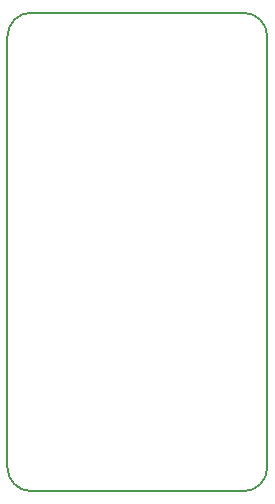
<source format=gbr>
G04 #@! TF.GenerationSoftware,KiCad,Pcbnew,(5.0.0)*
G04 #@! TF.CreationDate,2020-07-20T09:31:12+01:00*
G04 #@! TF.ProjectId,CH552-USB-Devboard,43483535322D5553422D446576626F61,rev?*
G04 #@! TF.SameCoordinates,Original*
G04 #@! TF.FileFunction,Profile,NP*
%FSLAX46Y46*%
G04 Gerber Fmt 4.6, Leading zero omitted, Abs format (unit mm)*
G04 Created by KiCad (PCBNEW (5.0.0)) date 07/20/20 09:31:12*
%MOMM*%
%LPD*%
G01*
G04 APERTURE LIST*
%ADD10C,0.150000*%
G04 APERTURE END LIST*
D10*
X74000000Y-63000000D02*
G75*
G02X76000000Y-61000000I2000000J0D01*
G01*
X76000000Y-101500000D02*
G75*
G02X74000000Y-99500000I0J2000000D01*
G01*
X96000000Y-99500000D02*
G75*
G02X94000000Y-101500000I-2000000J0D01*
G01*
X94000000Y-61000000D02*
G75*
G02X96000000Y-63000000I0J-2000000D01*
G01*
X94000000Y-101500000D02*
X76000000Y-101500000D01*
X96000000Y-63000000D02*
X96000000Y-99500000D01*
X76000000Y-61000000D02*
X94000000Y-61000000D01*
X74000000Y-99500000D02*
X74000000Y-63000000D01*
M02*

</source>
